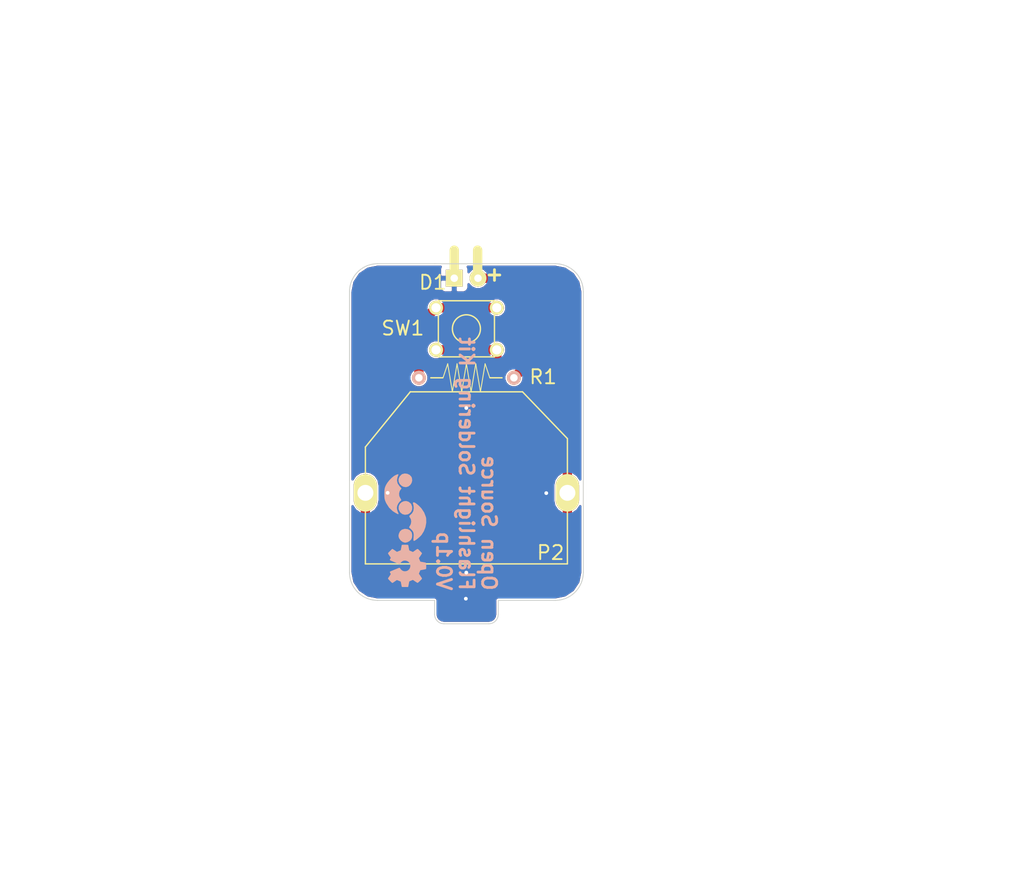
<source format=kicad_pcb>
(kicad_pcb (version 4) (host pcbnew 4.0.7)

  (general
    (links 7)
    (no_connects 0)
    (area 88.72584 24.3 198.250001 118.122514)
    (thickness 1.6)
    (drawings 23)
    (tracks 33)
    (zones 0)
    (modules 6)
    (nets 5)
  )

  (page A3)
  (title_block
    (title "Sensory Adaptation Robot")
    (date 2016-03-10)
    (rev 0.1a)
    (company "Idle Hands Dev.")
    (comment 1 "Sean Hodgins")
  )

  (layers
    (0 F.Cu signal)
    (31 B.Cu signal)
    (32 B.Adhes user)
    (33 F.Adhes user)
    (34 B.Paste user)
    (35 F.Paste user hide)
    (36 B.SilkS user)
    (37 F.SilkS user)
    (38 B.Mask user)
    (39 F.Mask user)
    (40 Dwgs.User user)
    (41 Cmts.User user)
    (42 Eco1.User user)
    (43 Eco2.User user)
    (44 Edge.Cuts user)
    (45 Margin user)
    (46 B.CrtYd user)
    (47 F.CrtYd user)
    (48 B.Fab user hide)
    (49 F.Fab user)
  )

  (setup
    (last_trace_width 1)
    (user_trace_width 0.2)
    (user_trace_width 0.4)
    (user_trace_width 0.6)
    (user_trace_width 0.8)
    (user_trace_width 1)
    (trace_clearance 0.15)
    (zone_clearance 0.15)
    (zone_45_only no)
    (trace_min 0.1)
    (segment_width 0.1)
    (edge_width 0.1)
    (via_size 0.6)
    (via_drill 0.4)
    (via_min_size 0.4)
    (via_min_drill 0.3)
    (user_via 0.6 0.3)
    (user_via 0.89 0.5)
    (uvia_size 0.3)
    (uvia_drill 0.1)
    (uvias_allowed no)
    (uvia_min_size 0.2)
    (uvia_min_drill 0.1)
    (pcb_text_width 0.3)
    (pcb_text_size 1.5 1.5)
    (mod_edge_width 0.15)
    (mod_text_size 1 1)
    (mod_text_width 0.15)
    (pad_size 15 15)
    (pad_drill 0)
    (pad_to_mask_clearance 0)
    (aux_axis_origin 100 100)
    (visible_elements 7FFFEE7F)
    (pcbplotparams
      (layerselection 0x010f0_80000001)
      (usegerberextensions false)
      (excludeedgelayer true)
      (linewidth 0.100000)
      (plotframeref false)
      (viasonmask false)
      (mode 1)
      (useauxorigin false)
      (hpglpennumber 1)
      (hpglpenspeed 20)
      (hpglpendiameter 15)
      (hpglpenoverlay 2)
      (psnegative false)
      (psa4output false)
      (plotreference true)
      (plotvalue true)
      (plotinvisibletext false)
      (padsonsilk false)
      (subtractmaskfromsilk false)
      (outputformat 1)
      (mirror false)
      (drillshape 0)
      (scaleselection 1)
      (outputdirectory gerbs/))
  )

  (net 0 "")
  (net 1 GND)
  (net 2 VBATT)
  (net 3 "Net-(D1-Pad2)")
  (net 4 "Net-(R1-Pad1)")

  (net_class Default "This is the default net class."
    (clearance 0.15)
    (trace_width 0.2)
    (via_dia 0.6)
    (via_drill 0.4)
    (uvia_dia 0.3)
    (uvia_drill 0.1)
    (add_net GND)
    (add_net "Net-(D1-Pad2)")
    (add_net "Net-(R1-Pad1)")
    (add_net VBATT)
  )

  (module idlehands_footprints:CoinCellHolder_TH (layer F.Cu) (tedit 5A9831D0) (tstamp 5A8F05AB)
    (at 138.599998 77 180)
    (path /56C113D9)
    (fp_text reference P2 (at -9.000002 -6.4 180) (layer F.SilkS)
      (effects (font (size 1.5 1.5) (thickness 0.2)))
    )
    (fp_text value BATT (at 0 6.2 180) (layer F.Fab) hide
      (effects (font (size 1 1) (thickness 0.15)))
    )
    (fp_line (start -10.8 -7.6) (end 10.8 -7.6) (layer F.SilkS) (width 0.15))
    (fp_line (start 10.8 -7.6) (end 10.8 4.9) (layer F.SilkS) (width 0.15))
    (fp_line (start 10.8 4.9) (end 6 10.8) (layer F.SilkS) (width 0.15))
    (fp_line (start 6 10.8) (end -6 10.8) (layer F.SilkS) (width 0.15))
    (fp_line (start -6 10.8) (end -10.8 5.8) (layer F.SilkS) (width 0.15))
    (fp_line (start -10.8 5.8) (end -10.8 -7.6) (layer F.SilkS) (width 0.15))
    (pad 2 thru_hole oval (at -10.8 0 180) (size 2.5 4) (drill 1.7) (layers *.Cu *.Mask F.SilkS)
      (net 2 VBATT))
    (pad 1 smd circle (at 0 0 180) (size 15 15) (layers F.Cu F.Paste F.Mask)
      (net 1 GND))
    (pad 2 thru_hole oval (at 10.8 0 180) (size 2.5 4) (drill 1.7) (layers *.Cu *.Mask F.SilkS)
      (net 2 VBATT))
  )

  (module idlehands_footprints:LED-10MM_RA (layer F.Cu) (tedit 5A8F0C31) (tstamp 5A8F05A4)
    (at 138.599998 54)
    (descr "LED 10mm - Lead pitch 100mil (2,54mm)")
    (tags "LED led 10mm 10MM 100mil 2.54mm")
    (path /5A8F327F)
    (fp_text reference D1 (at -3.599998 0.5) (layer F.SilkS)
      (effects (font (size 1.5 1.5) (thickness 0.2)))
    )
    (fp_text value LED (at -3.799998 0) (layer F.Fab) hide
      (effects (font (size 1 1) (thickness 0.15)))
    )
    (fp_line (start 1.2 -2.95) (end 1.2 0) (layer F.SilkS) (width 1))
    (fp_line (start -1.3 0.1) (end -1.3 -2.95) (layer F.SilkS) (width 1))
    (pad 2 thru_hole circle (at 1.24 0.05 180) (size 1.8 1.8) (drill 0.8) (layers *.Cu *.Mask F.SilkS)
      (net 3 "Net-(D1-Pad2)"))
    (pad 1 thru_hole rect (at -1.3 0.05 180) (size 1.8 1.8) (drill 0.8) (layers *.Cu *.Mask F.SilkS)
      (net 1 GND))
  )

  (module idlehands_footprints:Resistor_Horizontal_RM10mm_025W (layer F.Cu) (tedit 5A8F0EFA) (tstamp 5A8F05B1)
    (at 138.599998 64.7)
    (descr "Resistor, Axial,  RM 10mm, 1/3W,")
    (tags "Resistor, Axial, RM 10mm, 1/3W,")
    (path /5A8F156A)
    (fp_text reference R1 (at 8.200002 -0.1) (layer F.SilkS)
      (effects (font (size 1.5 1.5) (thickness 0.2)))
    )
    (fp_text value 100 (at -7.999998 0.1) (layer F.Fab) hide
      (effects (font (size 1 1) (thickness 0.15)))
    )
    (fp_line (start 2 -1.5) (end 2.5 0) (layer F.SilkS) (width 0.1))
    (fp_line (start 1.5 1.5) (end 2 -1.5) (layer F.SilkS) (width 0.1))
    (fp_line (start 1 -1.5) (end 1.5 1.5) (layer F.SilkS) (width 0.1))
    (fp_line (start 0.5 1.5) (end 1 -1.5) (layer F.SilkS) (width 0.1))
    (fp_line (start 0 -1.5) (end 0.5 1.5) (layer F.SilkS) (width 0.1))
    (fp_line (start -0.5 1.5) (end 0 -1.5) (layer F.SilkS) (width 0.1))
    (fp_line (start -1 -1.5) (end -0.5 1.5) (layer F.SilkS) (width 0.1))
    (fp_line (start -1.5 1.5) (end -1 -1.5) (layer F.SilkS) (width 0.1))
    (fp_line (start -2 -1.5) (end -1.5 1.5) (layer F.SilkS) (width 0.1))
    (fp_line (start -2.5 0) (end -2 -1.5) (layer F.SilkS) (width 0.1))
    (fp_line (start -2.54 0) (end -3.81 0) (layer F.SilkS) (width 0.15))
    (fp_line (start 2.54 0) (end 3.81 0) (layer F.SilkS) (width 0.15))
    (pad 1 thru_hole circle (at -5.08 0) (size 1.5 1.5) (drill 0.8) (layers *.Cu *.SilkS *.Mask)
      (net 4 "Net-(R1-Pad1)"))
    (pad 2 thru_hole circle (at 5.08 0) (size 1.5 1.5) (drill 0.8) (layers *.Cu *.SilkS *.Mask)
      (net 3 "Net-(D1-Pad2)"))
    (model Resistors_ThroughHole.3dshapes/Resistor_Horizontal_RM10mm.wrl
      (at (xyz 0 0 0))
      (scale (xyz 0.4 0.4 0.4))
      (rotate (xyz 0 0 0))
    )
  )

  (module idlehands_footprints:OSHLogo (layer B.Cu) (tedit 0) (tstamp 5A8F1047)
    (at 132.2 84.8 90)
    (fp_text reference G*** (at 0 0 90) (layer B.SilkS) hide
      (effects (font (thickness 0.3)) (justify mirror))
    )
    (fp_text value LOGO (at 0.75 0 90) (layer B.SilkS) hide
      (effects (font (thickness 0.3)) (justify mirror))
    )
    (fp_poly (pts (xy 2.199993 -0.164819) (xy 2.199597 -0.241526) (xy 2.198199 -0.310278) (xy 2.197836 -0.321275)
      (xy 2.192556 -0.470192) (xy 2.064653 -0.494162) (xy 1.96538 -0.512838) (xy 1.877077 -0.529594)
      (xy 1.80088 -0.54421) (xy 1.737927 -0.556464) (xy 1.689353 -0.566135) (xy 1.656294 -0.573002)
      (xy 1.639888 -0.576843) (xy 1.639509 -0.576957) (xy 1.625812 -0.586696) (xy 1.610665 -0.608785)
      (xy 1.593272 -0.644751) (xy 1.572835 -0.696123) (xy 1.562064 -0.725715) (xy 1.545397 -0.769496)
      (xy 1.524216 -0.820926) (xy 1.502107 -0.871418) (xy 1.49321 -0.890694) (xy 1.469403 -0.942782)
      (xy 1.453885 -0.982508) (xy 1.44646 -1.013548) (xy 1.446929 -1.039574) (xy 1.455094 -1.064261)
      (xy 1.470758 -1.091283) (xy 1.481565 -1.107138) (xy 1.544763 -1.198034) (xy 1.599622 -1.278016)
      (xy 1.645661 -1.346363) (xy 1.682401 -1.402353) (xy 1.709363 -1.445267) (xy 1.726068 -1.474383)
      (xy 1.727151 -1.476497) (xy 1.751215 -1.524245) (xy 1.554865 -1.723432) (xy 1.505474 -1.773156)
      (xy 1.459515 -1.818701) (xy 1.418691 -1.858436) (xy 1.384707 -1.890728) (xy 1.359265 -1.913946)
      (xy 1.344069 -1.926459) (xy 1.341194 -1.928116) (xy 1.332056 -1.929299) (xy 1.320088 -1.926908)
      (xy 1.303574 -1.919927) (xy 1.2808 -1.907343) (xy 1.250051 -1.888141) (xy 1.20961 -1.861307)
      (xy 1.157765 -1.825827) (xy 1.097643 -1.784065) (xy 1.048389 -1.750096) (xy 1.000837 -1.718)
      (xy 0.95823 -1.689914) (xy 0.923811 -1.667975) (xy 0.900823 -1.654318) (xy 0.900223 -1.653994)
      (xy 0.852482 -1.628322) (xy 0.814045 -1.649615) (xy 0.777297 -1.669527) (xy 0.738599 -1.689761)
      (xy 0.701342 -1.708637) (xy 0.668918 -1.724473) (xy 0.644719 -1.73559) (xy 0.632137 -1.740306)
      (xy 0.631146 -1.740237) (xy 0.624997 -1.728466) (xy 0.612864 -1.701763) (xy 0.59553 -1.662028)
      (xy 0.573779 -1.611163) (xy 0.548395 -1.551069) (xy 0.520163 -1.483646) (xy 0.489866 -1.410795)
      (xy 0.458289 -1.334417) (xy 0.426214 -1.256413) (xy 0.394428 -1.178684) (xy 0.363712 -1.10313)
      (xy 0.334853 -1.031653) (xy 0.308632 -0.966152) (xy 0.285835 -0.90853) (xy 0.267246 -0.860687)
      (xy 0.255212 -0.828786) (xy 0.228094 -0.755238) (xy 0.291924 -0.711624) (xy 0.37116 -0.650584)
      (xy 0.441897 -0.582363) (xy 0.50163 -0.509892) (xy 0.547855 -0.436102) (xy 0.570859 -0.385168)
      (xy 0.580937 -0.352337) (xy 0.591019 -0.309806) (xy 0.599164 -0.265915) (xy 0.600198 -0.259046)
      (xy 0.606241 -0.155467) (xy 0.594987 -0.053165) (xy 0.567237 0.04559) (xy 0.523795 0.138529)
      (xy 0.465464 0.223384) (xy 0.407997 0.284495) (xy 0.328927 0.346193) (xy 0.240664 0.394599)
      (xy 0.146235 0.428736) (xy 0.048667 0.447623) (xy -0.049015 0.450282) (xy -0.091296 0.446052)
      (xy -0.199132 0.422503) (xy -0.297497 0.384102) (xy -0.385467 0.331588) (xy -0.462117 0.265702)
      (xy -0.526523 0.187184) (xy -0.577762 0.096773) (xy -0.601722 0.037354) (xy -0.623011 -0.044773)
      (xy -0.633811 -0.134841) (xy -0.633708 -0.225704) (xy -0.622292 -0.310216) (xy -0.621874 -0.312112)
      (xy -0.591567 -0.40716) (xy -0.544798 -0.496161) (xy -0.482694 -0.57752) (xy -0.406379 -0.649643)
      (xy -0.358613 -0.684893) (xy -0.324349 -0.708844) (xy -0.295344 -0.730685) (xy -0.275246 -0.747577)
      (xy -0.268283 -0.755171) (xy -0.265759 -0.759012) (xy -0.263825 -0.76272) (xy -0.262991 -0.76766)
      (xy -0.263768 -0.7752) (xy -0.266665 -0.786704) (xy -0.272192 -0.803539) (xy -0.280861 -0.827071)
      (xy -0.293181 -0.858665) (xy -0.309663 -0.899688) (xy -0.330816 -0.951506) (xy -0.357151 -1.015484)
      (xy -0.389179 -1.092989) (xy -0.427409 -1.185386) (xy -0.443651 -1.224643) (xy -0.485748 -1.326298)
      (xy -0.52158 -1.412556) (xy -0.551749 -1.484809) (xy -0.576861 -1.544453) (xy -0.597518 -1.592882)
      (xy -0.614325 -1.631489) (xy -0.627885 -1.66167) (xy -0.638802 -1.684818) (xy -0.64768 -1.702328)
      (xy -0.655122 -1.715594) (xy -0.658877 -1.721673) (xy -0.672187 -1.742452) (xy -0.774916 -1.687655)
      (xy -0.814597 -1.666957) (xy -0.849089 -1.64984) (xy -0.874956 -1.637946) (xy -0.88876 -1.632921)
      (xy -0.889449 -1.632857) (xy -0.900903 -1.637711) (xy -0.924832 -1.651195) (xy -0.958738 -1.671693)
      (xy -1.000124 -1.697588) (xy -1.046493 -1.727264) (xy -1.095346 -1.759104) (xy -1.144186 -1.791492)
      (xy -1.190516 -1.822811) (xy -1.231839 -1.851446) (xy -1.265655 -1.875779) (xy -1.27137 -1.880041)
      (xy -1.305544 -1.904031) (xy -1.335341 -1.921806) (xy -1.356785 -1.931095) (xy -1.362084 -1.931926)
      (xy -1.373171 -1.927514) (xy -1.392228 -1.913969) (xy -1.420123 -1.89052) (xy -1.457723 -1.856402)
      (xy -1.505894 -1.810844) (xy -1.565502 -1.753081) (xy -1.580696 -1.738208) (xy -1.630863 -1.688511)
      (xy -1.676205 -1.642599) (xy -1.71517 -1.602118) (xy -1.746206 -1.568716) (xy -1.767762 -1.544041)
      (xy -1.778287 -1.529739) (xy -1.779074 -1.527586) (xy -1.778323 -1.500355) (xy -1.770025 -1.477408)
      (xy -1.753733 -1.453285) (xy -1.740047 -1.434468) (xy -1.718302 -1.403695) (xy -1.690484 -1.363854)
      (xy -1.658581 -1.317834) (xy -1.624577 -1.268526) (xy -1.59046 -1.218817) (xy -1.558215 -1.171598)
      (xy -1.52983 -1.129757) (xy -1.50729 -1.096184) (xy -1.492582 -1.073768) (xy -1.490089 -1.069805)
      (xy -1.470123 -1.03743) (xy -1.541798 -0.855281) (xy -1.564503 -0.798198) (xy -1.586539 -0.743918)
      (xy -1.606521 -0.695773) (xy -1.623061 -0.657093) (xy -1.634773 -0.631211) (xy -1.636698 -0.627299)
      (xy -1.644462 -0.612039) (xy -1.651917 -0.599758) (xy -1.661138 -0.589734) (xy -1.674197 -0.581246)
      (xy -1.693168 -0.573573) (xy -1.720126 -0.565995) (xy -1.757144 -0.557789) (xy -1.806295 -0.548236)
      (xy -1.869654 -0.536613) (xy -1.927678 -0.526117) (xy -1.988702 -0.514902) (xy -2.046464 -0.503973)
      (xy -2.097608 -0.493988) (xy -2.138778 -0.485606) (xy -2.166616 -0.479488) (xy -2.172607 -0.477998)
      (xy -2.217964 -0.465999) (xy -2.220353 -0.166172) (xy -2.222741 0.133655) (xy -2.129638 0.152787)
      (xy -2.090352 0.160643) (xy -2.03802 0.170794) (xy -1.977455 0.182324) (xy -1.913468 0.194316)
      (xy -1.855107 0.20508) (xy -1.798891 0.215524) (xy -1.7479 0.225317) (xy -1.70516 0.233851)
      (xy -1.673694 0.240521) (xy -1.656528 0.244719) (xy -1.655205 0.245159) (xy -1.648493 0.249168)
      (xy -1.641007 0.257356) (xy -1.63195 0.271376) (xy -1.620522 0.292876) (xy -1.605926 0.323508)
      (xy -1.587362 0.364923) (xy -1.564031 0.418771) (xy -1.535136 0.486702) (xy -1.513364 0.538306)
      (xy -1.494773 0.58346) (xy -1.479043 0.623566) (xy -1.467436 0.655263) (xy -1.46121 0.675186)
      (xy -1.4605 0.679413) (xy -1.465432 0.692514) (xy -1.478894 0.716988) (xy -1.498878 0.749438)
      (xy -1.52338 0.786465) (xy -1.525606 0.789714) (xy -1.592469 0.887434) (xy -1.648818 0.970694)
      (xy -1.6948 1.039717) (xy -1.730558 1.094725) (xy -1.756237 1.135941) (xy -1.771981 1.163589)
      (xy -1.777936 1.17789) (xy -1.778 1.178689) (xy -1.771935 1.189143) (xy -1.755023 1.210441)
      (xy -1.729182 1.240536) (xy -1.696332 1.277383) (xy -1.658394 1.318935) (xy -1.617287 1.363147)
      (xy -1.574931 1.407973) (xy -1.533245 1.451366) (xy -1.494151 1.491282) (xy -1.459568 1.525674)
      (xy -1.431415 1.552495) (xy -1.411613 1.569701) (xy -1.409699 1.571164) (xy -1.384971 1.586596)
      (xy -1.362726 1.595612) (xy -1.356145 1.596571) (xy -1.340327 1.591289) (xy -1.314988 1.577203)
      (xy -1.284683 1.556956) (xy -1.273134 1.548439) (xy -1.239143 1.523758) (xy -1.195653 1.493712)
      (xy -1.14866 1.462378) (xy -1.110533 1.437838) (xy -1.06653 1.40945) (xy -1.022162 1.379729)
      (xy -0.982907 1.352407) (xy -0.956651 1.333083) (xy -0.917691 1.303888) (xy -0.889056 1.284983)
      (xy -0.867422 1.274701) (xy -0.849466 1.27138) (xy -0.835797 1.272565) (xy -0.820221 1.277466)
      (xy -0.790163 1.288828) (xy -0.747734 1.305778) (xy -0.695046 1.327442) (xy -0.634211 1.352947)
      (xy -0.567341 1.38142) (xy -0.496547 1.411988) (xy -0.457518 1.429018) (xy -0.429716 1.441197)
      (xy -0.378967 1.723327) (xy -0.364714 1.800682) (xy -0.351307 1.869833) (xy -0.339148 1.928894)
      (xy -0.328643 1.97598) (xy -0.320198 2.009205) (xy -0.314217 2.026684) (xy -0.313578 2.0278)
      (xy -0.298939 2.050142) (xy -0.014508 2.050142) (xy 0.068237 2.049997) (xy 0.134525 2.049513)
      (xy 0.186042 2.048622) (xy 0.22447 2.047254) (xy 0.251496 2.04534) (xy 0.268804 2.04281)
      (xy 0.278077 2.039594) (xy 0.280011 2.037986) (xy 0.286935 2.022325) (xy 0.295963 1.990278)
      (xy 0.30675 1.943432) (xy 0.318954 1.883378) (xy 0.332228 1.811704) (xy 0.344617 1.739717)
      (xy 0.35414 1.684611) (xy 0.365081 1.624454) (xy 0.375864 1.567769) (xy 0.382436 1.534914)
      (xy 0.389445 1.500004) (xy 0.395573 1.473989) (xy 0.403294 1.45451) (xy 0.415082 1.439208)
      (xy 0.433411 1.425723) (xy 0.460754 1.411696) (xy 0.499586 1.394769) (xy 0.55238 1.372581)
      (xy 0.552884 1.372368) (xy 0.601039 1.352006) (xy 0.652301 1.330311) (xy 0.699005 1.310527)
      (xy 0.721179 1.301124) (xy 0.757278 1.286927) (xy 0.789712 1.276148) (xy 0.812944 1.270564)
      (xy 0.81751 1.270166) (xy 0.83768 1.276088) (xy 0.869618 1.293464) (xy 0.911781 1.321419)
      (xy 0.926367 1.331864) (xy 0.981113 1.371016) (xy 1.040386 1.412296) (xy 1.100856 1.45348)
      (xy 1.159194 1.492343) (xy 1.212071 1.526662) (xy 1.256157 1.554213) (xy 1.281815 1.569302)
      (xy 1.334452 1.59884) (xy 1.35861 1.577295) (xy 1.392475 1.546492) (xy 1.432557 1.509068)
      (xy 1.476804 1.467035) (xy 1.523165 1.422409) (xy 1.569589 1.377205) (xy 1.614025 1.333435)
      (xy 1.654419 1.293115) (xy 1.688722 1.258259) (xy 1.714882 1.230882) (xy 1.730847 1.212997)
      (xy 1.734227 1.208472) (xy 1.742538 1.192796) (xy 1.746087 1.177582) (xy 1.743842 1.160332)
      (xy 1.734767 1.138548) (xy 1.717828 1.109731) (xy 1.691991 1.071384) (xy 1.657143 1.022292)
      (xy 1.602431 0.945924) (xy 1.557447 0.8828) (xy 1.521222 0.831508) (xy 1.492789 0.790637)
      (xy 1.471181 0.758774) (xy 1.455431 0.734509) (xy 1.444571 0.716429) (xy 1.437634 0.703122)
      (xy 1.436172 0.69985) (xy 1.429828 0.682452) (xy 1.428847 0.6673) (xy 1.434158 0.64865)
      (xy 1.446689 0.620758) (xy 1.450091 0.613671) (xy 1.463839 0.583622) (xy 1.48191 0.541963)
      (xy 1.502049 0.493989) (xy 1.522002 0.444999) (xy 1.523798 0.440505) (xy 1.551502 0.373143)
      (xy 1.574768 0.321541) (xy 1.594484 0.284119) (xy 1.61154 0.259294) (xy 1.626825 0.245483)
      (xy 1.63546 0.241839) (xy 1.65284 0.238111) (xy 1.684802 0.231721) (xy 1.728086 0.223287)
      (xy 1.77943 0.213426) (xy 1.835573 0.202757) (xy 1.893255 0.191896) (xy 1.949214 0.181461)
      (xy 2.000188 0.172069) (xy 2.042916 0.164338) (xy 2.068286 0.159882) (xy 2.106761 0.152699)
      (xy 2.140897 0.145306) (xy 2.164763 0.139016) (xy 2.168921 0.137585) (xy 2.192448 0.128528)
      (xy 2.197782 -0.021915) (xy 2.199387 -0.08875) (xy 2.199993 -0.164819) (xy 2.199993 -0.164819)) (layer B.SilkS) (width 0.1))
  )

  (module idlehands_footprints:IdlehandsdevLogo (layer B.Cu) (tedit 0) (tstamp 5A8F104A)
    (at 132 78.6 270)
    (fp_text reference G*** (at 0 0 270) (layer B.SilkS) hide
      (effects (font (thickness 0.3)) (justify mirror))
    )
    (fp_text value LOGO (at 0.75 0 270) (layer B.SilkS) hide
      (effects (font (thickness 0.3)) (justify mirror))
    )
    (fp_poly (pts (xy 3.4925 -0.993271) (xy 3.45205 -1.087656) (xy 3.347499 -1.241032) (xy 3.204043 -1.422087)
      (xy 3.046877 -1.599507) (xy 2.901199 -1.741979) (xy 2.867337 -1.770208) (xy 2.483085 -2.009503)
      (xy 2.0447 -2.175345) (xy 1.589631 -2.258702) (xy 1.155323 -2.25054) (xy 0.999866 -2.220653)
      (xy 0.526063 -2.039067) (xy 0.087104 -1.747132) (xy -0.171953 -1.500454) (xy -0.333101 -1.312351)
      (xy -0.458323 -1.144321) (xy -0.522395 -1.030449) (xy -0.524193 -1.024437) (xy -0.533547 -0.937979)
      (xy -0.47334 -0.932024) (xy -0.401559 -0.956754) (xy -0.241716 -0.993237) (xy -0.026519 -1.014102)
      (xy 0.053504 -1.016) (xy 0.36265 -0.970829) (xy 0.617919 -0.825069) (xy 0.785089 -0.649843)
      (xy 0.875733 -0.551595) (xy 0.944793 -0.547667) (xy 1.018285 -0.605318) (xy 1.223586 -0.714768)
      (xy 1.482222 -0.748535) (xy 1.743627 -0.703965) (xy 1.862686 -0.649646) (xy 2.080141 -0.521344)
      (xy 2.283584 -0.737033) (xy 2.465605 -0.898913) (xy 2.655706 -0.986891) (xy 2.893924 -1.013001)
      (xy 3.148896 -0.997139) (xy 3.33784 -0.982879) (xy 3.462642 -0.983507) (xy 3.4925 -0.993271)
      (xy 3.4925 -0.993271)) (layer B.SilkS) (width 0.1))
    (fp_poly (pts (xy -2.256388 -0.135546) (xy -2.32313 -0.366837) (xy -2.471322 -0.559387) (xy -2.678207 -0.69524)
      (xy -2.921026 -0.756438) (xy -3.177019 -0.725025) (xy -3.295011 -0.673385) (xy -3.476696 -0.50633)
      (xy -3.58807 -0.270509) (xy -3.619226 -0.00887) (xy -3.560258 0.235638) (xy -3.520396 0.303734)
      (xy -3.313255 0.50643) (xy -3.069757 0.602695) (xy -2.816236 0.596548) (xy -2.579022 0.492009)
      (xy -2.384449 0.293096) (xy -2.293857 0.11653) (xy -2.256388 -0.135546) (xy -2.256388 -0.135546)) (layer B.SilkS) (width 0.1))
    (fp_poly (pts (xy 0.697848 -0.02306) (xy 0.660284 -0.299578) (xy 0.592755 -0.445166) (xy 0.409264 -0.642868)
      (xy 0.167669 -0.747842) (xy -0.098251 -0.75503) (xy -0.354715 -0.659374) (xy -0.437469 -0.599422)
      (xy -0.608419 -0.387353) (xy -0.675542 -0.149238) (xy -0.651646 0.09114) (xy -0.549539 0.31)
      (xy -0.382028 0.483558) (xy -0.16192 0.588032) (xy 0.097976 0.599642) (xy 0.196228 0.577286)
      (xy 0.455573 0.441795) (xy 0.626195 0.232872) (xy 0.697848 -0.02306) (xy 0.697848 -0.02306)) (layer B.SilkS) (width 0.1))
    (fp_poly (pts (xy 3.683 -0.060575) (xy 3.635437 -0.272533) (xy 3.51519 -0.492717) (xy 3.355918 -0.659927)
      (xy 3.351733 -0.662895) (xy 3.159754 -0.736796) (xy 2.915903 -0.753653) (xy 2.682902 -0.711169)
      (xy 2.630182 -0.689321) (xy 2.449083 -0.536475) (xy 2.332583 -0.306428) (xy 2.299907 -0.040594)
      (xy 2.30489 0.011511) (xy 2.38628 0.283521) (xy 2.554509 0.469784) (xy 2.795202 0.579363)
      (xy 2.991218 0.616756) (xy 3.16264 0.583063) (xy 3.248029 0.546039) (xy 3.457858 0.395317)
      (xy 3.613004 0.187545) (xy 3.681999 -0.033393) (xy 3.683 -0.060575) (xy 3.683 -0.060575)) (layer B.SilkS) (width 0.1))
    (fp_poly (pts (xy 0.634078 0.705366) (xy 0.414328 0.797183) (xy 0.202774 0.860911) (xy -0.006549 0.888717)
      (xy -0.013836 0.888763) (xy -0.239392 0.843156) (xy -0.48341 0.727385) (xy -0.687447 0.572352)
      (xy -0.749375 0.499839) (xy -0.81126 0.426649) (xy -0.875696 0.424809) (xy -0.987791 0.49726)
      (xy -1.01481 0.517161) (xy -1.259161 0.62762) (xy -1.5388 0.648846) (xy -1.8023 0.580424)
      (xy -1.896559 0.524282) (xy -2.069738 0.396246) (xy -2.299749 0.607035) (xy -2.594888 0.803863)
      (xy -2.913258 0.87618) (xy -3.251683 0.823315) (xy -3.278519 0.814021) (xy -3.542174 0.719211)
      (xy -3.478429 0.902071) (xy -3.363725 1.112174) (xy -3.168625 1.353347) (xy -2.923807 1.595076)
      (xy -2.659945 1.806849) (xy -2.425071 1.949817) (xy -2.226681 2.038827) (xy -2.047876 2.092284)
      (xy -1.843262 2.118813) (xy -1.567445 2.12704) (xy -1.491299 2.12725) (xy -1.199823 2.122674)
      (xy -0.987541 2.102282) (xy -0.806783 2.056086) (xy -0.609877 1.974093) (xy -0.49384 1.918209)
      (xy -0.044658 1.629984) (xy 0.316505 1.253542) (xy 0.513082 0.940058) (xy 0.634078 0.705366)
      (xy 0.634078 0.705366)) (layer B.SilkS) (width 0.1))
  )

  (module idlehands_footprints:SW_PUSH_SMALL_13mmHEIGHT (layer F.Cu) (tedit 5A8F1873) (tstamp 5A8F05B9)
    (at 138.599998 59.46 180)
    (path /57898945)
    (fp_text reference SW1 (at 6.799998 0.06 180) (layer F.SilkS)
      (effects (font (size 1.5 1.5) (thickness 0.2)))
    )
    (fp_text value SW_PUSH (at -0.599998 7.949999 180) (layer F.Fab) hide
      (effects (font (size 1 1) (thickness 0.15)))
    )
    (fp_circle (center 0 0) (end 0 -1.5) (layer F.SilkS) (width 0.15))
    (fp_line (start -3 -3) (end 3 -3) (layer F.SilkS) (width 0.15))
    (fp_line (start 3 -3) (end 3 3) (layer F.SilkS) (width 0.15))
    (fp_line (start 3 3) (end -3 3) (layer F.SilkS) (width 0.15))
    (fp_line (start -3 -3) (end -3 3) (layer F.SilkS) (width 0.15))
    (pad 1 thru_hole circle (at 3.25 -2.25 180) (size 1.5 1.5) (drill 0.99) (layers *.Cu *.Mask F.SilkS)
      (net 2 VBATT))
    (pad 2 thru_hole circle (at 3.25 2.25 180) (size 1.5 1.5) (drill 0.99) (layers *.Cu *.Mask F.SilkS)
      (net 4 "Net-(R1-Pad1)"))
    (pad 1 thru_hole circle (at -3.25 -2.25 180) (size 1.5 1.5) (drill 0.99) (layers *.Cu *.Mask F.SilkS)
      (net 2 VBATT))
    (pad 2 thru_hole circle (at -3.25 2.25 180) (size 1.5 1.5) (drill 0.99) (layers *.Cu *.Mask F.SilkS)
      (net 4 "Net-(R1-Pad1)"))
  )

  (dimension 38.4 (width 0.3) (layer Dwgs.User)
    (gr_text "38.400 mm" (at 161.15 71.8 90) (layer Dwgs.User)
      (effects (font (size 1.5 1.5) (thickness 0.3)))
    )
    (feature1 (pts (xy 138.6 52.6) (xy 162.5 52.6)))
    (feature2 (pts (xy 138.6 91) (xy 162.5 91)))
    (crossbar (pts (xy 159.8 91) (xy 159.8 52.6)))
    (arrow1a (pts (xy 159.8 52.6) (xy 160.386421 53.726504)))
    (arrow1b (pts (xy 159.8 52.6) (xy 159.213579 53.726504)))
    (arrow2a (pts (xy 159.8 91) (xy 160.386421 89.873496)))
    (arrow2b (pts (xy 159.8 91) (xy 159.213579 89.873496)))
  )
  (dimension 25 (width 0.3) (layer Dwgs.User)
    (gr_text "25.000 mm" (at 138.5 96.95) (layer Dwgs.User)
      (effects (font (size 1.5 1.5) (thickness 0.3)))
    )
    (feature1 (pts (xy 151 81.8) (xy 151 98.3)))
    (feature2 (pts (xy 126 81.8) (xy 126 98.3)))
    (crossbar (pts (xy 126 95.6) (xy 151 95.6)))
    (arrow1a (pts (xy 151 95.6) (xy 149.873496 96.186421)))
    (arrow1b (pts (xy 151 95.6) (xy 149.873496 95.013579)))
    (arrow2a (pts (xy 126 95.6) (xy 127.126504 96.186421)))
    (arrow2b (pts (xy 126 95.6) (xy 127.126504 95.013579)))
  )
  (gr_text + (at 141.6 53.6) (layer F.SilkS)
    (effects (font (size 1.5 1.5) (thickness 0.3)))
  )
  (gr_text "Open Source \nFlashlight Soldering Kit\nV0.1p" (at 138.6 87.6 270) (layer B.SilkS)
    (effects (font (size 1.5 1.5) (thickness 0.3)) (justify left mirror))
  )
  (gr_circle (center 138.599998 59.460648) (end 139.352046 59.460648) (layer Dwgs.User) (width 0.1))
  (gr_circle (center 138.599998 76.845276) (end 139.312996 76.845276) (layer Dwgs.User) (width 0.1))
  (gr_line (start 141 91) (end 136.199996 91) (layer Edge.Cuts) (width 0.1))
  (gr_arc (start 136.199996 90) (end 135.199996 90) (angle -90.000002) (layer Edge.Cuts) (width 0.1))
  (gr_line (start 135.199996 90) (end 135.199996 88.5) (layer Edge.Cuts) (width 0.1))
  (gr_line (start 135.199996 88.5) (end 129.099998 88.5) (layer Edge.Cuts) (width 0.1))
  (gr_arc (start 129.099998 85.5) (end 126.099998 85.5) (angle -90.000002) (layer Edge.Cuts) (width 0.1))
  (gr_line (start 126.099998 85.5) (end 126.099998 55.5) (layer Edge.Cuts) (width 0.1))
  (gr_arc (start 129.099998 55.5) (end 129.099998 52.5) (angle -90.000002) (layer Edge.Cuts) (width 0.1))
  (gr_line (start 129.099998 52.5) (end 135.199996 52.5) (layer Edge.Cuts) (width 0.1))
  (gr_line (start 135.199996 52.5) (end 142 52.5) (layer Edge.Cuts) (width 0.1))
  (gr_line (start 142 52.5) (end 148.099998 52.5) (layer Edge.Cuts) (width 0.1))
  (gr_arc (start 148.099998 55.5) (end 151.099998 55.5) (angle -90.000003) (layer Edge.Cuts) (width 0.1))
  (gr_line (start 151.099998 55.5) (end 151.099998 85.5) (layer Edge.Cuts) (width 0.1))
  (gr_arc (start 148.099998 85.5) (end 148.099998 88.5) (angle -90.000003) (layer Edge.Cuts) (width 0.1))
  (gr_line (start 148.099998 88.5) (end 142 88.5) (layer Edge.Cuts) (width 0.1))
  (gr_line (start 142 88.5) (end 142 90) (layer Edge.Cuts) (width 0.1))
  (gr_arc (start 141 90) (end 141 91) (angle -90.000003) (layer Edge.Cuts) (width 0.1))
  (gr_line (start 100 100) (end 198.2 100) (layer Dwgs.User) (width 0.1))

  (segment (start 138.59 85.53) (end 138.59 88.27) (width 1) (layer B.Cu) (net 1))
  (segment (start 138.59 88.27) (end 138.54 88.32) (width 1) (layer B.Cu) (net 1))
  (via (at 138.54 88.32) (size 0.6) (drill 0.4) (layers F.Cu B.Cu) (net 1))
  (segment (start 138.599998 77) (end 147.11 77) (width 1) (layer F.Cu) (net 1))
  (segment (start 147.11 77) (end 147.14 77.03) (width 1) (layer F.Cu) (net 1))
  (via (at 147.14 77.03) (size 0.6) (drill 0.4) (layers F.Cu B.Cu) (net 1))
  (segment (start 138.599998 77) (end 130.18 77) (width 1) (layer F.Cu) (net 1))
  (via (at 130.18 77) (size 0.6) (drill 0.4) (layers F.Cu B.Cu) (net 1))
  (segment (start 138.599998 77) (end 138.599998 85.520002) (width 1) (layer F.Cu) (net 1))
  (segment (start 138.599998 85.520002) (end 138.59 85.53) (width 1) (layer F.Cu) (net 1))
  (via (at 138.59 85.53) (size 0.6) (drill 0.4) (layers F.Cu B.Cu) (net 1))
  (segment (start 138.599998 77) (end 138.599998 67.939998) (width 1) (layer F.Cu) (net 1))
  (segment (start 138.599998 67.939998) (end 138.59 67.93) (width 1) (layer F.Cu) (net 1))
  (via (at 138.59 67.93) (size 0.6) (drill 0.4) (layers F.Cu B.Cu) (net 1))
  (segment (start 127.799998 77) (end 127.799998 80.409998) (width 1) (layer F.Cu) (net 2))
  (segment (start 127.799998 80.409998) (end 134.27 86.88) (width 1) (layer F.Cu) (net 2))
  (segment (start 134.27 86.88) (end 143.8 86.88) (width 1) (layer F.Cu) (net 2))
  (segment (start 143.8 86.88) (end 149.399998 81.280002) (width 1) (layer F.Cu) (net 2))
  (segment (start 149.399998 81.280002) (end 149.399998 77) (width 1) (layer F.Cu) (net 2))
  (segment (start 141.849998 61.71) (end 141.849998 66.45) (width 1) (layer F.Cu) (net 2))
  (segment (start 141.849998 66.45) (end 149.399998 74) (width 1) (layer F.Cu) (net 2))
  (segment (start 149.399998 74) (end 149.399998 77) (width 1) (layer F.Cu) (net 2))
  (segment (start 135.349998 61.71) (end 141.849998 61.71) (width 1) (layer F.Cu) (net 2))
  (segment (start 149.399998 77) (end 149.399998 76.25) (width 1) (layer F.Cu) (net 2))
  (segment (start 149.399998 77.75) (end 149.399998 77) (width 1) (layer F.Cu) (net 2))
  (segment (start 143.679998 64.7) (end 144.679487 63.700511) (width 1) (layer F.Cu) (net 3))
  (segment (start 144.679487 63.700511) (end 144.679487 57.193707) (width 1) (layer F.Cu) (net 3))
  (segment (start 144.679487 57.193707) (end 141.53578 54.05) (width 1) (layer F.Cu) (net 3))
  (segment (start 141.53578 54.05) (end 141.11279 54.05) (width 1) (layer F.Cu) (net 3))
  (segment (start 141.11279 54.05) (end 139.839998 54.05) (width 1) (layer F.Cu) (net 3))
  (segment (start 133.519998 64.7) (end 133.519998 59.04) (width 1) (layer F.Cu) (net 4))
  (segment (start 133.519998 59.04) (end 135.349998 57.21) (width 1) (layer F.Cu) (net 4))
  (segment (start 141.849998 57.21) (end 135.349998 57.21) (width 1) (layer F.Cu) (net 4))

  (zone (net 1) (net_name GND) (layer B.Cu) (tstamp 0) (hatch edge 0.508)
    (connect_pads (clearance 0.15))
    (min_thickness 0.254)
    (fill yes (arc_segments 16) (thermal_gap 0.508) (thermal_bridge_width 0.508))
    (polygon
      (pts
        (xy 191.495077 24.522513) (xy 191.92428 24.522513) (xy 189.92428 114.922513) (xy 90.02428 118.122513) (xy 90.036408 117.886021)
        (xy 89.6 117.9) (xy 94.4 24.3) (xy 191.5 24.3)
      )
    )
    (filled_polygon
      (pts
        (xy 135.764998 53.02369) (xy 135.764998 53.76425) (xy 135.923748 53.923) (xy 137.172998 53.923) (xy 137.172998 53.903)
        (xy 137.426998 53.903) (xy 137.426998 53.923) (xy 137.446998 53.923) (xy 137.446998 54.177) (xy 137.426998 54.177)
        (xy 137.426998 55.42625) (xy 137.585748 55.585) (xy 138.326307 55.585) (xy 138.559696 55.488327) (xy 138.738325 55.309699)
        (xy 138.834998 55.07631) (xy 138.834998 54.699858) (xy 138.841604 54.715846) (xy 139.17241 55.04723) (xy 139.604851 55.226795)
        (xy 140.073091 55.227204) (xy 140.505844 55.048394) (xy 140.837228 54.717588) (xy 141.016793 54.285147) (xy 141.017202 53.816907)
        (xy 140.838392 53.384154) (xy 140.507586 53.05277) (xy 140.075145 52.873205) (xy 139.606905 52.872796) (xy 139.174152 53.051606)
        (xy 138.842768 53.382412) (xy 138.834998 53.401124) (xy 138.834998 53.02369) (xy 138.753526 52.827) (xy 148.067791 52.827)
        (xy 149.12046 53.036389) (xy 149.985564 53.614434) (xy 150.56361 54.479539) (xy 150.772998 55.532208) (xy 150.772998 75.564515)
        (xy 150.47975 75.125639) (xy 149.984356 74.794627) (xy 149.399998 74.678391) (xy 148.81564 74.794627) (xy 148.320246 75.125639)
        (xy 147.989234 75.621033) (xy 147.872998 76.205391) (xy 147.872998 77.794609) (xy 147.989234 78.378967) (xy 148.320246 78.874361)
        (xy 148.81564 79.205373) (xy 149.399998 79.321609) (xy 149.984356 79.205373) (xy 150.47975 78.874361) (xy 150.772998 78.435485)
        (xy 150.772998 85.467792) (xy 150.56361 86.520461) (xy 149.985564 87.385566) (xy 149.12046 87.963611) (xy 148.067791 88.173)
        (xy 142 88.173) (xy 141.874863 88.197891) (xy 141.768776 88.268776) (xy 141.697891 88.374863) (xy 141.673 88.5)
        (xy 141.673 89.967793) (xy 141.615853 90.255094) (xy 141.471353 90.471354) (xy 141.255094 90.615853) (xy 140.967793 90.673)
        (xy 136.232203 90.673) (xy 135.944902 90.615853) (xy 135.728642 90.471353) (xy 135.584143 90.255094) (xy 135.526996 89.967793)
        (xy 135.526996 88.5) (xy 135.502105 88.374863) (xy 135.43122 88.268776) (xy 135.325133 88.197891) (xy 135.199996 88.173)
        (xy 129.132206 88.173) (xy 128.079537 87.963612) (xy 127.214432 87.385566) (xy 126.636387 86.520462) (xy 126.426998 85.467793)
        (xy 126.426998 78.435485) (xy 126.720246 78.874361) (xy 127.21564 79.205373) (xy 127.799998 79.321609) (xy 128.384356 79.205373)
        (xy 128.87975 78.874361) (xy 129.210762 78.378967) (xy 129.326998 77.794609) (xy 129.326998 76.205391) (xy 129.210762 75.621033)
        (xy 128.87975 75.125639) (xy 128.384356 74.794627) (xy 127.799998 74.678391) (xy 127.21564 74.794627) (xy 126.720246 75.125639)
        (xy 126.426998 75.564515) (xy 126.426998 64.903387) (xy 132.49282 64.903387) (xy 132.648842 65.280989) (xy 132.93749 65.57014)
        (xy 133.314819 65.726821) (xy 133.723385 65.727178) (xy 134.100987 65.571156) (xy 134.390138 65.282508) (xy 134.546819 64.905179)
        (xy 134.54682 64.903387) (xy 142.65282 64.903387) (xy 142.808842 65.280989) (xy 143.09749 65.57014) (xy 143.474819 65.726821)
        (xy 143.883385 65.727178) (xy 144.260987 65.571156) (xy 144.550138 65.282508) (xy 144.706819 64.905179) (xy 144.707176 64.496613)
        (xy 144.551154 64.119011) (xy 144.262506 63.82986) (xy 143.885177 63.673179) (xy 143.476611 63.672822) (xy 143.099009 63.828844)
        (xy 142.809858 64.117492) (xy 142.653177 64.494821) (xy 142.65282 64.903387) (xy 134.54682 64.903387) (xy 134.547176 64.496613)
        (xy 134.391154 64.119011) (xy 134.102506 63.82986) (xy 133.725177 63.673179) (xy 133.316611 63.672822) (xy 132.939009 63.828844)
        (xy 132.649858 64.117492) (xy 132.493177 64.494821) (xy 132.49282 64.903387) (xy 126.426998 64.903387) (xy 126.426998 61.913387)
        (xy 134.32282 61.913387) (xy 134.478842 62.290989) (xy 134.76749 62.58014) (xy 135.144819 62.736821) (xy 135.553385 62.737178)
        (xy 135.930987 62.581156) (xy 136.220138 62.292508) (xy 136.376819 61.915179) (xy 136.37682 61.913387) (xy 140.82282 61.913387)
        (xy 140.978842 62.290989) (xy 141.26749 62.58014) (xy 141.644819 62.736821) (xy 142.053385 62.737178) (xy 142.430987 62.581156)
        (xy 142.720138 62.292508) (xy 142.876819 61.915179) (xy 142.877176 61.506613) (xy 142.721154 61.129011) (xy 142.432506 60.83986)
        (xy 142.055177 60.683179) (xy 141.646611 60.682822) (xy 141.269009 60.838844) (xy 140.979858 61.127492) (xy 140.823177 61.504821)
        (xy 140.82282 61.913387) (xy 136.37682 61.913387) (xy 136.377176 61.506613) (xy 136.221154 61.129011) (xy 135.932506 60.83986)
        (xy 135.555177 60.683179) (xy 135.146611 60.682822) (xy 134.769009 60.838844) (xy 134.479858 61.127492) (xy 134.323177 61.504821)
        (xy 134.32282 61.913387) (xy 126.426998 61.913387) (xy 126.426998 57.413387) (xy 134.32282 57.413387) (xy 134.478842 57.790989)
        (xy 134.76749 58.08014) (xy 135.144819 58.236821) (xy 135.553385 58.237178) (xy 135.930987 58.081156) (xy 136.220138 57.792508)
        (xy 136.376819 57.415179) (xy 136.37682 57.413387) (xy 140.82282 57.413387) (xy 140.978842 57.790989) (xy 141.26749 58.08014)
        (xy 141.644819 58.236821) (xy 142.053385 58.237178) (xy 142.430987 58.081156) (xy 142.720138 57.792508) (xy 142.876819 57.415179)
        (xy 142.877176 57.006613) (xy 142.721154 56.629011) (xy 142.432506 56.33986) (xy 142.055177 56.183179) (xy 141.646611 56.182822)
        (xy 141.269009 56.338844) (xy 140.979858 56.627492) (xy 140.823177 57.004821) (xy 140.82282 57.413387) (xy 136.37682 57.413387)
        (xy 136.377176 57.006613) (xy 136.221154 56.629011) (xy 135.932506 56.33986) (xy 135.555177 56.183179) (xy 135.146611 56.182822)
        (xy 134.769009 56.338844) (xy 134.479858 56.627492) (xy 134.323177 57.004821) (xy 134.32282 57.413387) (xy 126.426998 57.413387)
        (xy 126.426998 55.532207) (xy 126.636387 54.479538) (xy 126.732463 54.33575) (xy 135.764998 54.33575) (xy 135.764998 55.07631)
        (xy 135.861671 55.309699) (xy 136.0403 55.488327) (xy 136.273689 55.585) (xy 137.014248 55.585) (xy 137.172998 55.42625)
        (xy 137.172998 54.177) (xy 135.923748 54.177) (xy 135.764998 54.33575) (xy 126.732463 54.33575) (xy 127.214432 53.614434)
        (xy 128.079537 53.036388) (xy 129.132206 52.827) (xy 135.84647 52.827)
      )
    )
  )
  (zone (net 1) (net_name GND) (layer F.Cu) (tstamp 5A8F0942) (hatch edge 0.508)
    (connect_pads (clearance 0.15))
    (min_thickness 0.254)
    (fill yes (arc_segments 16) (thermal_gap 0.508) (thermal_bridge_width 0.508))
    (polygon
      (pts
        (xy 190.620917 24.522513) (xy 191.05012 24.522513) (xy 189.05012 114.922513) (xy 89.15012 118.122513) (xy 89.162248 117.886021)
        (xy 88.72584 117.9) (xy 93.52584 24.3) (xy 190.62584 24.3)
      )
    )
    (filled_polygon
      (pts
        (xy 150.772998 85.467792) (xy 150.56361 86.520461) (xy 149.985564 87.385566) (xy 149.12046 87.963611) (xy 148.067791 88.173)
        (xy 142 88.173) (xy 141.874863 88.197891) (xy 141.768776 88.268776) (xy 141.697891 88.374863) (xy 141.673 88.5)
        (xy 141.673 89.967793) (xy 141.615853 90.255094) (xy 141.471353 90.471354) (xy 141.255094 90.615853) (xy 140.967793 90.673)
        (xy 136.232203 90.673) (xy 135.944902 90.615853) (xy 135.728642 90.471353) (xy 135.584143 90.255094) (xy 135.526996 89.967793)
        (xy 135.526996 88.5) (xy 135.502105 88.374863) (xy 135.43122 88.268776) (xy 135.325133 88.197891) (xy 135.199996 88.173)
        (xy 129.132206 88.173) (xy 128.079537 87.963612) (xy 127.214432 87.385566) (xy 126.636387 86.520462) (xy 126.426998 85.467793)
        (xy 126.426998 78.435485) (xy 126.720246 78.874361) (xy 127.022998 79.076654) (xy 127.022998 80.409998) (xy 127.082144 80.707343)
        (xy 127.250576 80.95942) (xy 133.720578 87.429422) (xy 133.972655 87.597854) (xy 134.27 87.657) (xy 143.8 87.657)
        (xy 144.097345 87.597854) (xy 144.349422 87.429422) (xy 149.94942 81.829424) (xy 150.117852 81.577347) (xy 150.176998 81.280002)
        (xy 150.176998 79.076654) (xy 150.47975 78.874361) (xy 150.772998 78.435485)
      )
    )
    (filled_polygon
      (pts
        (xy 135.764998 53.02369) (xy 135.764998 53.76425) (xy 135.923748 53.923) (xy 137.172998 53.923) (xy 137.172998 53.903)
        (xy 137.426998 53.903) (xy 137.426998 53.923) (xy 137.446998 53.923) (xy 137.446998 54.177) (xy 137.426998 54.177)
        (xy 137.426998 55.42625) (xy 137.585748 55.585) (xy 138.326307 55.585) (xy 138.559696 55.488327) (xy 138.738325 55.309699)
        (xy 138.834998 55.07631) (xy 138.834998 54.699858) (xy 138.841604 54.715846) (xy 139.17241 55.04723) (xy 139.604851 55.226795)
        (xy 140.073091 55.227204) (xy 140.505844 55.048394) (xy 140.727625 54.827) (xy 141.213936 54.827) (xy 143.902487 57.515551)
        (xy 143.902487 63.378667) (xy 143.608217 63.672937) (xy 143.476611 63.672822) (xy 143.099009 63.828844) (xy 142.809858 64.117492)
        (xy 142.653177 64.494821) (xy 142.65282 64.903387) (xy 142.808842 65.280989) (xy 143.09749 65.57014) (xy 143.474819 65.726821)
        (xy 143.883385 65.727178) (xy 144.260987 65.571156) (xy 144.550138 65.282508) (xy 144.706819 64.905179) (xy 144.706935 64.771907)
        (xy 145.228909 64.249933) (xy 145.397341 63.997856) (xy 145.456487 63.700511) (xy 145.456487 57.193707) (xy 145.397341 56.896362)
        (xy 145.228909 56.644285) (xy 142.085202 53.500578) (xy 141.833125 53.332146) (xy 141.53578 53.273) (xy 140.727432 53.273)
        (xy 140.507586 53.05277) (xy 140.075145 52.873205) (xy 139.606905 52.872796) (xy 139.174152 53.051606) (xy 138.842768 53.382412)
        (xy 138.834998 53.401124) (xy 138.834998 53.02369) (xy 138.753526 52.827) (xy 148.067791 52.827) (xy 149.12046 53.036389)
        (xy 149.985564 53.614434) (xy 150.56361 54.479539) (xy 150.772998 55.532208) (xy 150.772998 75.564515) (xy 150.47975 75.125639)
        (xy 150.176998 74.923346) (xy 150.176998 74) (xy 150.117852 73.702655) (xy 149.94942 73.450578) (xy 142.626998 66.128156)
        (xy 142.626998 62.385486) (xy 142.720138 62.292508) (xy 142.876819 61.915179) (xy 142.877176 61.506613) (xy 142.721154 61.129011)
        (xy 142.432506 60.83986) (xy 142.055177 60.683179) (xy 141.646611 60.682822) (xy 141.269009 60.838844) (xy 141.174689 60.933)
        (xy 136.025484 60.933) (xy 135.932506 60.83986) (xy 135.555177 60.683179) (xy 135.146611 60.682822) (xy 134.769009 60.838844)
        (xy 134.479858 61.127492) (xy 134.323177 61.504821) (xy 134.32282 61.913387) (xy 134.478842 62.290989) (xy 134.76749 62.58014)
        (xy 135.144819 62.736821) (xy 135.553385 62.737178) (xy 135.930987 62.581156) (xy 136.025307 62.487) (xy 141.072998 62.487)
        (xy 141.072998 66.45) (xy 141.132144 66.747345) (xy 141.300576 66.999422) (xy 148.622998 74.321844) (xy 148.622998 74.923346)
        (xy 148.320246 75.125639) (xy 147.989234 75.621033) (xy 147.872998 76.205391) (xy 147.872998 77.794609) (xy 147.989234 78.378967)
        (xy 148.320246 78.874361) (xy 148.622998 79.076654) (xy 148.622998 80.958158) (xy 143.478156 86.103) (xy 134.591844 86.103)
        (xy 131.330701 82.841857) (xy 132.937746 82.841857) (xy 133.828004 83.784151) (xy 136.787433 85.093902) (xy 140.022809 85.171429)
        (xy 143.041574 84.00493) (xy 143.371992 83.784151) (xy 144.26225 82.841857) (xy 138.599998 77.179605) (xy 132.937746 82.841857)
        (xy 131.330701 82.841857) (xy 128.576998 80.088154) (xy 128.576998 79.076654) (xy 128.87975 78.874361) (xy 129.181466 78.422811)
        (xy 130.428569 78.422811) (xy 131.595068 81.441576) (xy 131.815847 81.771994) (xy 132.758141 82.662252) (xy 138.420393 77)
        (xy 138.779603 77) (xy 144.441855 82.662252) (xy 145.384149 81.771994) (xy 146.6939 78.812565) (xy 146.771427 75.577189)
        (xy 145.604928 72.558424) (xy 145.384149 72.228006) (xy 144.441855 71.337748) (xy 138.779603 77) (xy 138.420393 77)
        (xy 132.758141 71.337748) (xy 131.815847 72.228006) (xy 130.506096 75.187435) (xy 130.428569 78.422811) (xy 129.181466 78.422811)
        (xy 129.210762 78.378967) (xy 129.326998 77.794609) (xy 129.326998 76.205391) (xy 129.210762 75.621033) (xy 128.87975 75.125639)
        (xy 128.384356 74.794627) (xy 127.799998 74.678391) (xy 127.21564 74.794627) (xy 126.720246 75.125639) (xy 126.426998 75.564515)
        (xy 126.426998 71.158143) (xy 132.937746 71.158143) (xy 138.599998 76.820395) (xy 144.26225 71.158143) (xy 143.371992 70.215849)
        (xy 140.412563 68.906098) (xy 137.177187 68.828571) (xy 134.158422 69.99507) (xy 133.828004 70.215849) (xy 132.937746 71.158143)
        (xy 126.426998 71.158143) (xy 126.426998 64.903387) (xy 132.49282 64.903387) (xy 132.648842 65.280989) (xy 132.93749 65.57014)
        (xy 133.314819 65.726821) (xy 133.723385 65.727178) (xy 134.100987 65.571156) (xy 134.390138 65.282508) (xy 134.546819 64.905179)
        (xy 134.547176 64.496613) (xy 134.391154 64.119011) (xy 134.296998 64.024691) (xy 134.296998 59.361844) (xy 135.421779 58.237063)
        (xy 135.553385 58.237178) (xy 135.930987 58.081156) (xy 136.025307 57.987) (xy 141.174512 57.987) (xy 141.26749 58.08014)
        (xy 141.644819 58.236821) (xy 142.053385 58.237178) (xy 142.430987 58.081156) (xy 142.720138 57.792508) (xy 142.876819 57.415179)
        (xy 142.877176 57.006613) (xy 142.721154 56.629011) (xy 142.432506 56.33986) (xy 142.055177 56.183179) (xy 141.646611 56.182822)
        (xy 141.269009 56.338844) (xy 141.174689 56.433) (xy 136.025484 56.433) (xy 135.932506 56.33986) (xy 135.555177 56.183179)
        (xy 135.146611 56.182822) (xy 134.769009 56.338844) (xy 134.479858 56.627492) (xy 134.323177 57.004821) (xy 134.323061 57.138093)
        (xy 132.970576 58.490578) (xy 132.802144 58.742655) (xy 132.742998 59.04) (xy 132.742998 64.024514) (xy 132.649858 64.117492)
        (xy 132.493177 64.494821) (xy 132.49282 64.903387) (xy 126.426998 64.903387) (xy 126.426998 55.532207) (xy 126.636387 54.479538)
        (xy 126.732463 54.33575) (xy 135.764998 54.33575) (xy 135.764998 55.07631) (xy 135.861671 55.309699) (xy 136.0403 55.488327)
        (xy 136.273689 55.585) (xy 137.014248 55.585) (xy 137.172998 55.42625) (xy 137.172998 54.177) (xy 135.923748 54.177)
        (xy 135.764998 54.33575) (xy 126.732463 54.33575) (xy 127.214432 53.614434) (xy 128.079537 53.036388) (xy 129.132206 52.827)
        (xy 135.84647 52.827)
      )
    )
  )
)

</source>
